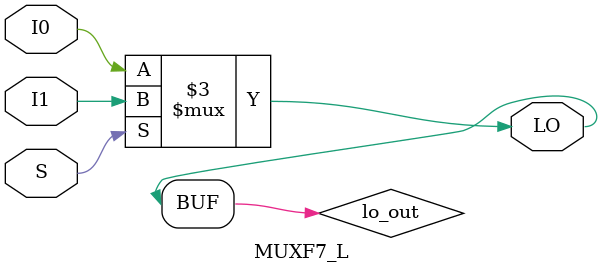
<source format=v>

/*

FUNCTION	: 2 to 1 Multiplexer for Carry Logic

*/

`timescale  100 ps / 10 ps


module MUXF7_L (LO, I0, I1, S);

    output LO;
    reg    lo_out;

    input  I0, I1, S;

    buf B1 (LO, lo_out);

	always @(I0 or I1 or S) begin
	    if (S)
		lo_out <= I1;
	    else
		lo_out <= I0;
	end

    specify
	(I0 => LO) = (0, 0);
	(I1 => LO) = (0, 0);
	(S  => LO) = (0, 0);
    endspecify

endmodule


</source>
